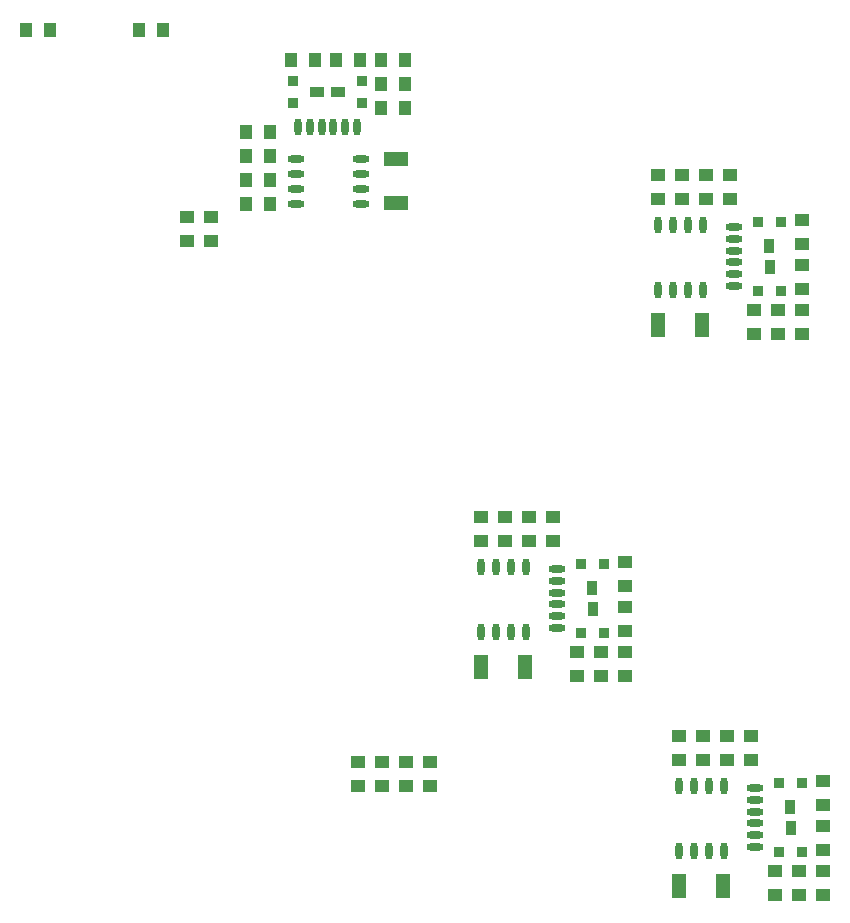
<source format=gtp>
G04 Layer_Color=8421504*
%FSLAX25Y25*%
%MOIN*%
G70*
G01*
G75*
%ADD10R,0.05000X0.04000*%
%ADD11R,0.04000X0.05000*%
%ADD12R,0.04921X0.07874*%
%ADD13O,0.05709X0.02362*%
%ADD14R,0.03600X0.05000*%
%ADD15R,0.03600X0.03600*%
%ADD16O,0.02362X0.05709*%
%ADD17R,0.07874X0.04921*%
%ADD18R,0.05000X0.03600*%
%ADD19R,0.03600X0.03600*%
D10*
X-255000Y248500D02*
D03*
Y240500D02*
D03*
X-247000Y248500D02*
D03*
Y240500D02*
D03*
X-198000Y67000D02*
D03*
Y59000D02*
D03*
X-190000D02*
D03*
Y67000D02*
D03*
X-182000Y59000D02*
D03*
Y67000D02*
D03*
X-174000Y59000D02*
D03*
Y67000D02*
D03*
X-98000Y262500D02*
D03*
Y254500D02*
D03*
X-90000Y262500D02*
D03*
Y254500D02*
D03*
X-91000Y75500D02*
D03*
Y67500D02*
D03*
X-83000Y75500D02*
D03*
Y67500D02*
D03*
X-157000Y148500D02*
D03*
Y140500D02*
D03*
X-149000Y148500D02*
D03*
Y140500D02*
D03*
X-67000Y75500D02*
D03*
Y67500D02*
D03*
X-43000Y60500D02*
D03*
Y52500D02*
D03*
Y30500D02*
D03*
Y22500D02*
D03*
X-75000Y75500D02*
D03*
Y67500D02*
D03*
X-43000Y45500D02*
D03*
Y37500D02*
D03*
X-59000Y30500D02*
D03*
Y22500D02*
D03*
X-51000Y30500D02*
D03*
Y22500D02*
D03*
X-133000Y148500D02*
D03*
Y140500D02*
D03*
X-109000Y133500D02*
D03*
Y125500D02*
D03*
Y103500D02*
D03*
Y95500D02*
D03*
X-141000Y148500D02*
D03*
Y140500D02*
D03*
X-109000Y118500D02*
D03*
Y110500D02*
D03*
X-125000Y103500D02*
D03*
Y95500D02*
D03*
X-117000Y103500D02*
D03*
Y95500D02*
D03*
X-82000Y262500D02*
D03*
Y254500D02*
D03*
X-74000Y262500D02*
D03*
Y254500D02*
D03*
X-66000Y217500D02*
D03*
Y209500D02*
D03*
X-58000Y217500D02*
D03*
Y209500D02*
D03*
X-50000Y217500D02*
D03*
Y209500D02*
D03*
Y232500D02*
D03*
Y224500D02*
D03*
Y247500D02*
D03*
Y239500D02*
D03*
D11*
X-235228Y253000D02*
D03*
X-227228D02*
D03*
X-235228Y261000D02*
D03*
X-227228D02*
D03*
X-235228Y277000D02*
D03*
X-227228D02*
D03*
X-220228Y301000D02*
D03*
X-212228D02*
D03*
X-190228D02*
D03*
X-182228D02*
D03*
X-235228Y269000D02*
D03*
X-227228D02*
D03*
X-205228Y301000D02*
D03*
X-197228D02*
D03*
X-190228Y285000D02*
D03*
X-182228D02*
D03*
X-190228Y293000D02*
D03*
X-182228D02*
D03*
X-263000Y311000D02*
D03*
X-271000D02*
D03*
X-300500D02*
D03*
X-308500D02*
D03*
D12*
X-90882Y25500D02*
D03*
X-76118D02*
D03*
X-156882Y98500D02*
D03*
X-142118D02*
D03*
X-97882Y212500D02*
D03*
X-83118D02*
D03*
D13*
X-65500Y38500D02*
D03*
Y42437D02*
D03*
Y46374D02*
D03*
Y50311D02*
D03*
Y54248D02*
D03*
Y58185D02*
D03*
X-131500Y111500D02*
D03*
Y115437D02*
D03*
Y119374D02*
D03*
Y123311D02*
D03*
Y127248D02*
D03*
Y131185D02*
D03*
X-197000Y253000D02*
D03*
Y258000D02*
D03*
Y263000D02*
D03*
Y268000D02*
D03*
X-218457Y253000D02*
D03*
Y258000D02*
D03*
Y263000D02*
D03*
Y268000D02*
D03*
X-72500Y225500D02*
D03*
Y229437D02*
D03*
Y233374D02*
D03*
Y237311D02*
D03*
Y241248D02*
D03*
Y245185D02*
D03*
D14*
X-53700Y45000D02*
D03*
X-53800Y52000D02*
D03*
X-119700Y118000D02*
D03*
X-119800Y125000D02*
D03*
X-60800Y239000D02*
D03*
X-60700Y232000D02*
D03*
D15*
X-50000Y37000D02*
D03*
X-57500D02*
D03*
Y60000D02*
D03*
X-50000D02*
D03*
X-116000Y110000D02*
D03*
X-123500D02*
D03*
Y133000D02*
D03*
X-116000D02*
D03*
X-64500Y247000D02*
D03*
X-57000D02*
D03*
Y224000D02*
D03*
X-64500D02*
D03*
D16*
X-91000Y37272D02*
D03*
X-86000D02*
D03*
X-81000D02*
D03*
X-76000D02*
D03*
X-91000Y58728D02*
D03*
X-86000D02*
D03*
X-81000D02*
D03*
X-76000D02*
D03*
X-157000Y110272D02*
D03*
X-152000D02*
D03*
X-147000D02*
D03*
X-142000D02*
D03*
X-157000Y131728D02*
D03*
X-152000D02*
D03*
X-147000D02*
D03*
X-142000D02*
D03*
X-198228Y278500D02*
D03*
X-202165D02*
D03*
X-206102D02*
D03*
X-210039D02*
D03*
X-213976D02*
D03*
X-217913D02*
D03*
X-98000Y224272D02*
D03*
X-93000D02*
D03*
X-88000D02*
D03*
X-83000D02*
D03*
X-98000Y245728D02*
D03*
X-93000D02*
D03*
X-88000D02*
D03*
X-83000D02*
D03*
D17*
X-185228Y253118D02*
D03*
Y267882D02*
D03*
D18*
X-204728Y290300D02*
D03*
X-211728Y290200D02*
D03*
D19*
X-196728Y294000D02*
D03*
Y286500D02*
D03*
X-219728D02*
D03*
Y294000D02*
D03*
M02*

</source>
